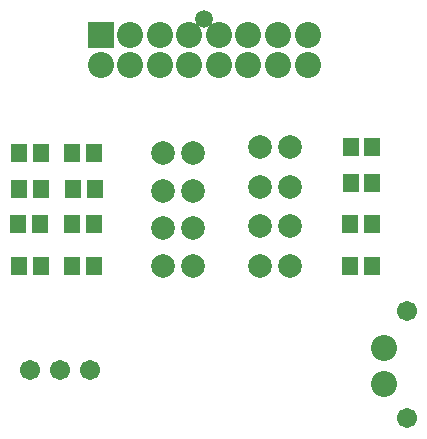
<source format=gbs>
G04*
G04 #@! TF.GenerationSoftware,Altium Limited,Altium Designer,23.9.2 (47)*
G04*
G04 Layer_Color=16711935*
%FSLAX44Y44*%
%MOMM*%
G71*
G04*
G04 #@! TF.SameCoordinates,A89998BD-DD6A-42FD-B223-A906B6295702*
G04*
G04*
G04 #@! TF.FilePolarity,Negative*
G04*
G01*
G75*
%ADD19C,2.0032*%
%ADD20C,2.2032*%
%ADD21R,2.2032X2.2032*%
%ADD22C,1.5032*%
%ADD23C,1.7032*%
%ADD24C,0.9032*%
%ADD34R,1.3532X1.5532*%
D19*
X182700Y250000D02*
D03*
X157300D02*
D03*
X182700Y218333D02*
D03*
X157300D02*
D03*
X182700Y186667D02*
D03*
X157300D02*
D03*
X182700Y155000D02*
D03*
X157300D02*
D03*
X239600D02*
D03*
X265000D02*
D03*
X239600Y188333D02*
D03*
X265000D02*
D03*
X239600Y221667D02*
D03*
X265000D02*
D03*
X239600Y255000D02*
D03*
X265000D02*
D03*
D20*
X345000Y55000D02*
D03*
Y85000D02*
D03*
X280000Y350000D02*
D03*
X205000D02*
D03*
X180000D02*
D03*
X155000D02*
D03*
X130000D02*
D03*
X280000Y325000D02*
D03*
X180000D02*
D03*
X155000D02*
D03*
X130000D02*
D03*
X205000D02*
D03*
X230000D02*
D03*
X255000Y350000D02*
D03*
Y325000D02*
D03*
X230000Y350000D02*
D03*
X105000Y325000D02*
D03*
D21*
Y350000D02*
D03*
D22*
X192500Y363805D02*
D03*
D23*
X70400Y66270D02*
D03*
X45000D02*
D03*
X95800D02*
D03*
X364000Y25500D02*
D03*
X364000Y116500D02*
D03*
D24*
X100000Y155000D02*
D03*
Y250000D02*
D03*
D34*
X334250Y155000D02*
D03*
X315750D02*
D03*
X315750Y190000D02*
D03*
X334250D02*
D03*
X316500Y225000D02*
D03*
X335000D02*
D03*
X316500Y255000D02*
D03*
X335000D02*
D03*
X80750Y155000D02*
D03*
X99250D02*
D03*
X80750Y190000D02*
D03*
X99250D02*
D03*
X80750Y250000D02*
D03*
X99250D02*
D03*
X81500Y220000D02*
D03*
X100000D02*
D03*
X54250Y155000D02*
D03*
X35750D02*
D03*
X53500Y190000D02*
D03*
X35000D02*
D03*
X54250Y220000D02*
D03*
X35750D02*
D03*
X54250Y250000D02*
D03*
X35750D02*
D03*
M02*

</source>
